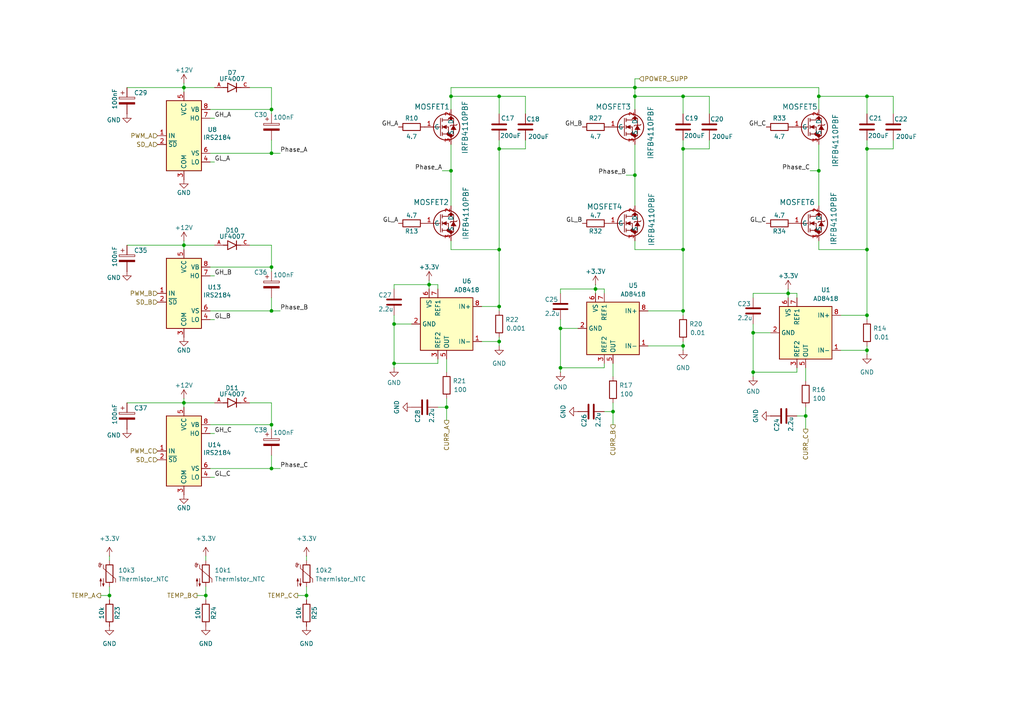
<source format=kicad_sch>
(kicad_sch (version 20231120) (generator "eeschema") (generator_version "8.0")
  (paper "A4")
  (lib_symbols
    (symbol "2025-03-02_09-46-41:IRFB4110PBF" (pin_names (offset 0.254))
      (property "Reference" "MOSFET" (at 11.43 1.905 0))
      (property "Value" "IRFB4110PBF" (at 11.43 -2.54 0))
      (symbol "IRFB4110PBF_0_1"
        (polyline (pts (xy 2.54 0) (xy 4.445 0)) (stroke (width 0.2032)))
        (polyline (pts (xy 4.572 -2.54) (xy 4.572 2.54)) (stroke (width 0.2032)))
        (polyline (pts (xy 5.08 -2.54) (xy 5.08 -1.524)) (stroke (width 0.2032)))
        (polyline (pts (xy 5.08 -2.032) (xy 6.858 -2.032)) (stroke (width 0.2032)))
        (polyline (pts (xy 5.08 -0.508) (xy 5.08 0.508)) (stroke (width 0.2032)))
        (polyline (pts (xy 5.08 1.524) (xy 5.08 2.54)) (stroke (width 0.2032)))
        (polyline (pts (xy 5.08 2.032) (xy 6.858 2.032)) (stroke (width 0.2032)))
        (polyline (pts (xy 6.35 0) (xy 6.858 0)) (stroke (width 0.2032)))
        (polyline (pts (xy 6.858 -2.54) (xy 6.858 0)) (stroke (width 0.2032)))
        (polyline (pts (xy 6.858 -2.54) (xy 8.382 -2.54)) (stroke (width 0.2032)))
        (polyline (pts (xy 6.858 2.032) (xy 6.858 2.54)) (stroke (width 0.2032)))
        (polyline (pts (xy 6.858 2.54) (xy 8.382 2.54)) (stroke (width 0.2032)))
        (polyline (pts (xy 7.366 0.254) (xy 7.62 0.508)) (stroke (width 0.2032)))
        (polyline (pts (xy 8.382 -2.54) (xy 8.382 -0.762)) (stroke (width 0.2032)))
        (polyline (pts (xy 8.382 0.508) (xy 8.382 2.54)) (stroke (width 0.2032)))
        (polyline (pts (xy 9.144 0.508) (xy 7.62 0.508)) (stroke (width 0.2032)))
        (polyline (pts (xy 9.398 0.762) (xy 9.144 0.508)) (stroke (width 0.2032)))
        (polyline (pts (xy 6.35 0.508) (xy 5.08 0) (xy 6.35 -0.508)) (fill (type outline)))
        (polyline (pts (xy 9.144 -0.762) (xy 7.62 -0.762) (xy 8.382 0.508)) (fill (type outline)))
        (circle (center 6.35 0) (radius 3.81) (stroke (width 0.254)))
        (circle (center 6.858 -2.032) (radius 0.0254) (stroke (width 0.508)))
        (circle (center 7.62 -2.54) (radius 0.0254) (stroke (width 0.508)))
        (circle (center 7.62 2.54) (radius 0.0254) (stroke (width 0.508)))
        (pin unspecified line (at 0 0 0) (length 2.54) (name "G") (number "1"))
        (pin unspecified line (at 7.62 5.08 270) (length 2.54) (name "D") (number "2"))
        (pin unspecified line (at 7.62 -5.08 90) (length 2.54) (name "S") (number "3"))
      )
    )
    (symbol "Amplifier_Current:AD8418"
      (property "Reference" "U" (at -7.62 10.795 0))
      (property "Value" "AD8418" (at -7.62 8.89 0))
      (symbol "AD8418_0_1"
        (rectangle (start -7.62 7.62) (end 7.62 -7.62) (stroke (width 0.254)) (fill (type background)))
      )
      (symbol "AD8418_1_1"
        (pin input line (at 5.08 10.16 270) (length 2.54) (name "IN-") (number "1"))
        (pin power_in line (at 0 -10.16 90) (length 2.54) (name "GND") (number "2"))
        (pin input line (at 10.16 -2.54 180) (length 2.54) (name "REF2") (number "3"))
        (pin no_connect line (at 2.54 -7.62 90) (length 2.54) hide (name "NC") (number "4"))
        (pin output line (at 10.16 0 180) (length 2.54) (name "OUT") (number "5"))
        (pin power_in line (at -10.16 -5.08 0) (length 2.54) (name "VS") (number "6"))
        (pin input line (at -10.16 -2.54 0) (length 2.54) (name "REF1") (number "7"))
        (pin input line (at -5.08 10.16 270) (length 2.54) (name "IN+") (number "8"))
      )
    )
    (symbol "Device:C" (pin_numbers hide) (pin_names (offset 0.254))
      (property "Reference" "C" (at 0.635 2.54 0))
      (property "Value" "C" (at 0.635 -2.54 0))
      (symbol "C_0_1"
        (polyline (pts (xy -2.032 -0.762) (xy 2.032 -0.762)) (stroke (width 0.508)))
        (polyline (pts (xy -2.032 0.762) (xy 2.032 0.762)) (stroke (width 0.508)))
      )
      (symbol "C_1_1"
        (pin passive line (at 0 3.81 270) (length 2.794) (name "~") (number "1"))
        (pin passive line (at 0 -3.81 90) (length 2.794) (name "~") (number "2"))
      )
    )
    (symbol "Device:C_Polarized" (pin_numbers hide) (pin_names (offset 0.254))
      (property "Reference" "C" (at 0.635 2.54 0))
      (property "Value" "C_Polarized" (at 0.635 -2.54 0))
      (symbol "C_Polarized_0_1"
        (rectangle (start -2.286 0.508) (end 2.286 1.016))
        (polyline (pts (xy -1.778 2.286) (xy -0.762 2.286)))
        (polyline (pts (xy -1.27 2.794) (xy -1.27 1.778)))
        (rectangle (start 2.286 -0.508) (end -2.286 -1.016) (fill (type outline)))
      )
      (symbol "C_Polarized_1_1"
        (pin passive line (at 0 3.81 270) (length 2.794) (name "~") (number "1"))
        (pin passive line (at 0 -3.81 90) (length 2.794) (name "~") (number "2"))
      )
    )
    (symbol "Device:R" (pin_numbers hide) (pin_names (offset 0))
      (property "Reference" "R" (at 2.032 0 90))
      (property "Value" "R" (at 0 0 90))
      (symbol "R_0_1"
        (rectangle (start -1.016 -2.54) (end 1.016 2.54) (stroke (width 0.254)))
      )
      (symbol "R_1_1"
        (pin passive line (at 0 3.81 270) (length 1.27) (name "~") (number "1"))
        (pin passive line (at 0 -3.81 90) (length 1.27) (name "~") (number "2"))
      )
    )
    (symbol "Device:Thermistor_NTC" (pin_numbers hide) (pin_names (offset 0))
      (property "Reference" "TH" (at -4.445 0 90))
      (property "Value" "Thermistor_NTC" (at 3.175 0 90))
      (symbol "Thermistor_NTC_0_1"
        (arc (start -3.048 2.159) (mid -3.0495 2.3143) (end -3.175 2.413))
        (arc (start -3.048 2.159) (mid -2.9736 1.9794) (end -2.794 1.905))
        (arc (start -3.048 2.794) (mid -2.9736 2.6144) (end -2.794 2.54))
        (arc (start -2.794 1.905) (mid -2.6144 1.9794) (end -2.54 2.159))
        (arc (start -2.794 2.54) (mid -2.4393 2.5587) (end -2.159 2.794))
        (arc (start -2.794 3.048) (mid -2.9736 2.9736) (end -3.048 2.794))
        (arc (start -2.54 2.794) (mid -2.6144 2.9736) (end -2.794 3.048))
        (rectangle (start -1.016 2.54) (end 1.016 -2.54) (stroke (width 0.254)))
        (polyline (pts (xy -2.54 2.159) (xy -2.54 2.794)))
        (polyline (pts (xy -1.778 2.54) (xy -1.778 1.524) (xy 1.778 -1.524) (xy 1.778 -2.54)))
        (polyline (pts (xy -2.54 -3.683) (xy -2.54 -1.397) (xy -2.794 -2.159) (xy -2.286 -2.159) (xy -2.54 -1.397) (xy -2.54 -1.651)) (fill (type outline)))
        (polyline (pts (xy -1.778 -1.397) (xy -1.778 -3.683) (xy -2.032 -2.921) (xy -1.524 -2.921) (xy -1.778 -3.683) (xy -1.778 -3.429)) (fill (type outline)))
      )
      (symbol "Thermistor_NTC_1_1"
        (pin passive line (at 0 3.81 270) (length 1.27) (name "~") (number "1"))
        (pin passive line (at 0 -3.81 90) (length 1.27) (name "~") (number "2"))
      )
    )
    (symbol "Driver_FET:IRS2184"
      (property "Reference" "U" (at 1.27 13.335 0))
      (property "Value" "IRS2184" (at 1.27 11.43 0))
      (symbol "IRS2184_0_1"
        (rectangle (start -5.08 -10.16) (end 5.08 10.16) (stroke (width 0.254)) (fill (type background)))
      )
      (symbol "IRS2184_1_1"
        (pin input line (at -7.62 0 0) (length 2.54) (name "IN") (number "1"))
        (pin input line (at -7.62 -2.54 0) (length 2.54) (name "~{SD}") (number "2"))
        (pin power_in line (at 0 -12.7 90) (length 2.54) (name "COM") (number "3"))
        (pin output line (at 7.62 -7.62 180) (length 2.54) (name "LO") (number "4"))
        (pin power_in line (at 0 12.7 270) (length 2.54) (name "VCC") (number "5"))
        (pin passive line (at 7.62 -5.08 180) (length 2.54) (name "VS") (number "6"))
        (pin output line (at 7.62 5.08 180) (length 2.54) (name "HO") (number "7"))
        (pin passive line (at 7.62 7.62 180) (length 2.54) (name "VB") (number "8"))
      )
    )
    (symbol "UF4007:UF4007" (pin_names (offset 1.016))
      (property "Reference" "D" (at -5.08 2.54 0))
      (property "Value" "UF4007" (at -5.08 -3.81 0))
      (symbol "UF4007_0_0"
        (polyline (pts (xy -2.54 0) (xy -1.27 0)) (stroke (width 0.254)))
        (polyline (pts (xy -1.27 -1.27) (xy 1.27 0)) (stroke (width 0.254)))
        (polyline (pts (xy -1.27 0) (xy -1.27 -1.27)) (stroke (width 0.254)))
        (polyline (pts (xy -1.27 1.27) (xy -1.27 0)) (stroke (width 0.254)))
        (polyline (pts (xy 1.27 0) (xy -1.27 1.27)) (stroke (width 0.254)))
        (polyline (pts (xy 1.27 0) (xy 1.27 -1.27)) (stroke (width 0.254)))
        (polyline (pts (xy 1.27 0) (xy 2.54 0)) (stroke (width 0.254)))
        (polyline (pts (xy 1.27 1.27) (xy 1.27 0)) (stroke (width 0.254)))
        (pin passive line (at -5.08 0 0) (length 2.54) (name "~") (number "A"))
        (pin passive line (at 5.08 0 180) (length 2.54) (name "~") (number "C"))
      )
    )
    (symbol "power:+12V" (power) (pin_numbers hide) (pin_names (offset 0) hide)
      (property "Value" "+12V" (at 0 3.556 0))
      (symbol "+12V_0_1"
        (polyline (pts (xy -0.762 1.27) (xy 0 2.54)))
        (polyline (pts (xy 0 0) (xy 0 2.54)))
        (polyline (pts (xy 0 2.54) (xy 0.762 1.27)))
      )
      (symbol "+12V_1_1"
        (pin power_in line (at 0 0 90) (length 0) (name "~") (number "1"))
      )
    )
    (symbol "power:+3.3V" (power) (pin_numbers hide) (pin_names (offset 0) hide)
      (property "Value" "+3.3V" (at 0 3.556 0))
      (symbol "+3.3V_0_1"
        (polyline (pts (xy -0.762 1.27) (xy 0 2.54)))
        (polyline (pts (xy 0 0) (xy 0 2.54)))
        (polyline (pts (xy 0 2.54) (xy 0.762 1.27)))
      )
      (symbol "+3.3V_1_1"
        (pin power_in line (at 0 0 90) (length 0) (name "~") (number "1"))
      )
    )
    (symbol "power:GND" (power) (pin_numbers hide) (pin_names (offset 0) hide)
      (property "Value" "GND" (at 0 -3.81 0))
      (symbol "GND_0_1"
        (polyline (pts (xy 0 0) (xy 0 -1.27) (xy 1.27 -1.27) (xy 0 -2.54) (xy -1.27 -1.27) (xy 0 -1.27)))
      )
      (symbol "GND_1_1"
        (pin power_in line (at 0 0 270) (length 0) (name "~") (number "1"))
      )
    )
  )
  (junction (at 130.81 27.94))
  (junction (at 228.6 85.09))
  (junction (at 198.12 72.39))
  (junction (at 251.46 72.39))
  (junction (at 251.46 43.18))
  (junction (at 237.49 27.94))
  (junction (at 162.56 106.68))
  (junction (at 144.78 99.06))
  (junction (at 177.8 119.38))
  (junction (at 184.15 50.8))
  (junction (at 144.78 43.18))
  (junction (at 53.34 25.4))
  (junction (at 78.74 77.47))
  (junction (at 78.74 135.89))
  (junction (at 114.3 93.98))
  (junction (at 59.69 172.72))
  (junction (at 78.74 90.17))
  (junction (at 251.46 101.6))
  (junction (at 78.74 123.19))
  (junction (at 218.44 107.95))
  (junction (at 124.46 82.55))
  (junction (at 144.78 72.39))
  (junction (at 233.68 120.65))
  (junction (at 114.3 105.41))
  (junction (at 78.74 31.75))
  (junction (at 53.34 71.12))
  (junction (at 53.34 116.84))
  (junction (at 162.56 95.25))
  (junction (at 88.9 172.72))
  (junction (at 184.15 25.4))
  (junction (at 31.75 172.72))
  (junction (at 198.12 100.33))
  (junction (at 130.81 49.53))
  (junction (at 198.12 27.94))
  (junction (at 78.74 44.45))
  (junction (at 251.46 91.44))
  (junction (at 184.15 27.94))
  (junction (at 198.12 43.18))
  (junction (at 237.49 49.53))
  (junction (at 172.72 83.82))
  (junction (at 198.12 90.17))
  (junction (at 251.46 27.94))
  (junction (at 218.44 96.52))
  (junction (at 129.54 118.11))
  (junction (at 144.78 27.94))
  (junction (at 144.78 88.9))
  (wire (pts (xy 144.78 40.64) (xy 144.78 43.18)))
  (wire (pts (xy 233.68 120.65) (xy 233.68 124.46)))
  (wire (pts (xy 175.26 105.41) (xy 175.26 106.68)))
  (wire (pts (xy 128.27 49.53) (xy 130.81 49.53)))
  (wire (pts (xy 175.26 83.82) (xy 172.72 83.82)))
  (wire (pts (xy 152.4 40.64) (xy 152.4 43.18)))
  (wire (pts (xy 62.23 80.01) (xy 60.96 80.01)))
  (wire (pts (xy 88.9 172.72) (xy 88.9 173.99)))
  (wire (pts (xy 218.44 107.95) (xy 218.44 109.22)))
  (wire (pts (xy 162.56 106.68) (xy 162.56 107.95)))
  (wire (pts (xy 205.74 27.94) (xy 198.12 27.94)))
  (wire (pts (xy 198.12 72.39) (xy 198.12 43.18)))
  (wire (pts (xy 198.12 99.06) (xy 198.12 100.33)))
  (wire (pts (xy 198.12 100.33) (xy 198.12 101.6)))
  (wire (pts (xy 144.78 99.06) (xy 144.78 100.33)))
  (wire (pts (xy 81.28 135.89) (xy 78.74 135.89)))
  (wire (pts (xy 62.23 125.73) (xy 60.96 125.73)))
  (wire (pts (xy 78.74 123.19) (xy 78.74 124.46)))
  (wire (pts (xy 259.08 40.64) (xy 259.08 43.18)))
  (wire (pts (xy 139.7 88.9) (xy 144.78 88.9)))
  (wire (pts (xy 129.54 104.14) (xy 129.54 107.95)))
  (wire (pts (xy 81.28 44.45) (xy 78.74 44.45)))
  (wire (pts (xy 237.49 25.4) (xy 184.15 25.4)))
  (wire (pts (xy 144.78 88.9) (xy 144.78 90.17)))
  (wire (pts (xy 144.78 27.94) (xy 130.81 27.94)))
  (wire (pts (xy 184.15 41.91) (xy 184.15 50.8)))
  (wire (pts (xy 114.3 93.98) (xy 119.38 93.98)))
  (wire (pts (xy 237.49 27.94) (xy 251.46 27.94)))
  (wire (pts (xy 218.44 85.09) (xy 228.6 85.09)))
  (wire (pts (xy 205.74 40.64) (xy 205.74 43.18)))
  (wire (pts (xy 36.83 25.4) (xy 53.34 25.4)))
  (wire (pts (xy 218.44 86.36) (xy 218.44 85.09)))
  (wire (pts (xy 251.46 72.39) (xy 251.46 43.18)))
  (wire (pts (xy 198.12 40.64) (xy 198.12 43.18)))
  (wire (pts (xy 243.84 101.6) (xy 251.46 101.6)))
  (wire (pts (xy 205.74 33.02) (xy 205.74 27.94)))
  (wire (pts (xy 62.23 138.43) (xy 60.96 138.43)))
  (wire (pts (xy 124.46 82.55) (xy 124.46 81.28)))
  (wire (pts (xy 114.3 82.55) (xy 124.46 82.55)))
  (wire (pts (xy 130.81 49.53) (xy 130.81 59.69)))
  (wire (pts (xy 187.96 100.33) (xy 198.12 100.33)))
  (wire (pts (xy 130.81 27.94) (xy 130.81 25.4)))
  (wire (pts (xy 72.39 116.84) (xy 78.74 116.84)))
  (wire (pts (xy 124.46 82.55) (xy 124.46 83.82)))
  (wire (pts (xy 228.6 85.09) (xy 228.6 86.36)))
  (wire (pts (xy 78.74 77.47) (xy 78.74 78.74)))
  (wire (pts (xy 36.83 71.12) (xy 53.34 71.12)))
  (wire (pts (xy 127 105.41) (xy 114.3 105.41)))
  (wire (pts (xy 231.14 106.68) (xy 231.14 107.95)))
  (wire (pts (xy 59.69 161.29) (xy 59.69 162.56)))
  (wire (pts (xy 60.96 77.47) (xy 78.74 77.47)))
  (wire (pts (xy 237.49 49.53) (xy 237.49 59.69)))
  (wire (pts (xy 31.75 161.29) (xy 31.75 162.56)))
  (wire (pts (xy 129.54 118.11) (xy 129.54 115.57)))
  (wire (pts (xy 127 83.82) (xy 127 82.55)))
  (wire (pts (xy 78.74 86.36) (xy 78.74 90.17)))
  (wire (pts (xy 53.34 69.85) (xy 53.34 71.12)))
  (wire (pts (xy 184.15 27.94) (xy 184.15 31.75)))
  (wire (pts (xy 259.08 43.18) (xy 251.46 43.18)))
  (wire (pts (xy 62.23 46.99) (xy 60.96 46.99)))
  (wire (pts (xy 233.68 120.65) (xy 233.68 118.11)))
  (wire (pts (xy 59.69 170.18) (xy 59.69 172.72)))
  (wire (pts (xy 53.34 24.13) (xy 53.34 25.4)))
  (wire (pts (xy 251.46 72.39) (xy 251.46 91.44)))
  (wire (pts (xy 57.15 172.72) (xy 59.69 172.72)))
  (wire (pts (xy 231.14 107.95) (xy 218.44 107.95)))
  (wire (pts (xy 237.49 31.75) (xy 237.49 27.94)))
  (wire (pts (xy 78.74 71.12) (xy 78.74 77.47)))
  (wire (pts (xy 53.34 116.84) (xy 62.23 116.84)))
  (wire (pts (xy 152.4 33.02) (xy 152.4 27.94)))
  (wire (pts (xy 114.3 83.82) (xy 114.3 82.55)))
  (wire (pts (xy 53.34 71.12) (xy 53.34 72.39)))
  (wire (pts (xy 172.72 83.82) (xy 172.72 85.09)))
  (wire (pts (xy 177.8 119.38) (xy 177.8 116.84)))
  (wire (pts (xy 237.49 69.85) (xy 237.49 72.39)))
  (wire (pts (xy 162.56 83.82) (xy 172.72 83.82)))
  (wire (pts (xy 130.81 25.4) (xy 184.15 25.4)))
  (wire (pts (xy 127 118.11) (xy 129.54 118.11)))
  (wire (pts (xy 88.9 170.18) (xy 88.9 172.72)))
  (wire (pts (xy 130.81 41.91) (xy 130.81 49.53)))
  (wire (pts (xy 185.42 22.86) (xy 184.15 22.86)))
  (wire (pts (xy 184.15 72.39) (xy 198.12 72.39)))
  (wire (pts (xy 231.14 85.09) (xy 228.6 85.09)))
  (wire (pts (xy 237.49 27.94) (xy 237.49 25.4)))
  (wire (pts (xy 251.46 40.64) (xy 251.46 43.18)))
  (wire (pts (xy 60.96 31.75) (xy 78.74 31.75)))
  (wire (pts (xy 184.15 25.4) (xy 184.15 27.94)))
  (wire (pts (xy 152.4 27.94) (xy 144.78 27.94)))
  (wire (pts (xy 130.81 69.85) (xy 130.81 72.39)))
  (wire (pts (xy 231.14 86.36) (xy 231.14 85.09)))
  (wire (pts (xy 78.74 31.75) (xy 78.74 33.02)))
  (wire (pts (xy 184.15 69.85) (xy 184.15 72.39)))
  (wire (pts (xy 114.3 91.44) (xy 114.3 93.98)))
  (wire (pts (xy 72.39 71.12) (xy 78.74 71.12)))
  (wire (pts (xy 177.8 119.38) (xy 177.8 123.19)))
  (wire (pts (xy 86.36 172.72) (xy 88.9 172.72)))
  (wire (pts (xy 243.84 91.44) (xy 251.46 91.44)))
  (wire (pts (xy 218.44 107.95) (xy 218.44 96.52)))
  (wire (pts (xy 60.96 44.45) (xy 78.74 44.45)))
  (wire (pts (xy 78.74 25.4) (xy 78.74 31.75)))
  (wire (pts (xy 53.34 25.4) (xy 53.34 26.67)))
  (wire (pts (xy 53.34 25.4) (xy 62.23 25.4)))
  (wire (pts (xy 198.12 90.17) (xy 198.12 91.44)))
  (wire (pts (xy 251.46 72.39) (xy 237.49 72.39)))
  (wire (pts (xy 231.14 120.65) (xy 233.68 120.65)))
  (wire (pts (xy 237.49 41.91) (xy 237.49 49.53)))
  (wire (pts (xy 144.78 97.79) (xy 144.78 99.06)))
  (wire (pts (xy 31.75 170.18) (xy 31.75 172.72)))
  (wire (pts (xy 251.46 33.02) (xy 251.46 27.94)))
  (wire (pts (xy 72.39 25.4) (xy 78.74 25.4)))
  (wire (pts (xy 162.56 85.09) (xy 162.56 83.82)))
  (wire (pts (xy 78.74 132.08) (xy 78.74 135.89)))
  (wire (pts (xy 139.7 99.06) (xy 144.78 99.06)))
  (wire (pts (xy 53.34 115.57) (xy 53.34 116.84)))
  (wire (pts (xy 218.44 96.52) (xy 223.52 96.52)))
  (wire (pts (xy 175.26 119.38) (xy 177.8 119.38)))
  (wire (pts (xy 78.74 116.84) (xy 78.74 123.19)))
  (wire (pts (xy 144.78 72.39) (xy 144.78 88.9)))
  (wire (pts (xy 129.54 118.11) (xy 129.54 121.92)))
  (wire (pts (xy 114.3 105.41) (xy 114.3 93.98)))
  (wire (pts (xy 187.96 90.17) (xy 198.12 90.17)))
  (wire (pts (xy 218.44 93.98) (xy 218.44 96.52)))
  (wire (pts (xy 198.12 72.39) (xy 198.12 90.17)))
  (wire (pts (xy 130.81 31.75) (xy 130.81 27.94)))
  (wire (pts (xy 259.08 27.94) (xy 251.46 27.94)))
  (wire (pts (xy 53.34 116.84) (xy 53.34 118.11)))
  (wire (pts (xy 31.75 172.72) (xy 31.75 173.99)))
  (wire (pts (xy 181.61 50.8) (xy 184.15 50.8)))
  (wire (pts (xy 53.34 71.12) (xy 62.23 71.12)))
  (wire (pts (xy 175.26 85.09) (xy 175.26 83.82)))
  (wire (pts (xy 29.21 172.72) (xy 31.75 172.72)))
  (wire (pts (xy 127 104.14) (xy 127 105.41)))
  (wire (pts (xy 152.4 43.18) (xy 144.78 43.18)))
  (wire (pts (xy 233.68 106.68) (xy 233.68 110.49)))
  (wire (pts (xy 59.69 172.72) (xy 59.69 173.99)))
  (wire (pts (xy 162.56 95.25) (xy 167.64 95.25)))
  (wire (pts (xy 60.96 90.17) (xy 78.74 90.17)))
  (wire (pts (xy 172.72 83.82) (xy 172.72 82.55)))
  (wire (pts (xy 127 82.55) (xy 124.46 82.55)))
  (wire (pts (xy 130.81 72.39) (xy 144.78 72.39)))
  (wire (pts (xy 81.28 90.17) (xy 78.74 90.17)))
  (wire (pts (xy 60.96 123.19) (xy 78.74 123.19)))
  (wire (pts (xy 228.6 85.09) (xy 228.6 83.82)))
  (wire (pts (xy 162.56 92.71) (xy 162.56 95.25)))
  (wire (pts (xy 144.78 33.02) (xy 144.78 27.94)))
  (wire (pts (xy 184.15 50.8) (xy 184.15 59.69)))
  (wire (pts (xy 88.9 161.29) (xy 88.9 162.56)))
  (wire (pts (xy 184.15 27.94) (xy 198.12 27.94)))
  (wire (pts (xy 198.12 33.02) (xy 198.12 27.94)))
  (wire (pts (xy 114.3 105.41) (xy 114.3 106.68)))
  (wire (pts (xy 177.8 105.41) (xy 177.8 109.22)))
  (wire (pts (xy 36.83 116.84) (xy 53.34 116.84)))
  (wire (pts (xy 184.15 22.86) (xy 184.15 25.4)))
  (wire (pts (xy 234.95 49.53) (xy 237.49 49.53)))
  (wire (pts (xy 62.23 34.29) (xy 60.96 34.29)))
  (wire (pts (xy 251.46 91.44) (xy 251.46 92.71)))
  (wire (pts (xy 205.74 43.18) (xy 198.12 43.18)))
  (wire (pts (xy 144.78 72.39) (xy 144.78 43.18)))
  (wire (pts (xy 251.46 100.33) (xy 251.46 101.6)))
  (wire (pts (xy 60.96 135.89) (xy 78.74 135.89)))
  (wire (pts (xy 78.74 40.64) (xy 78.74 44.45)))
  (wire (pts (xy 251.46 101.6) (xy 251.46 102.87)))
  (wire (pts (xy 62.23 92.71) (xy 60.96 92.71)))
  (wire (pts (xy 162.56 106.68) (xy 162.56 95.25)))
  (wire (pts (xy 175.26 106.68) (xy 162.56 106.68)))
  (wire (pts (xy 259.08 33.02) (xy 259.08 27.94)))
  (label "GH_B" (at 62.23 80.01 0))
  (label "GL_B" (at 168.91 64.77 180))
  (label "GH_A" (at 115.57 36.83 180))
  (label "Phase_C" (at 234.95 49.53 180))
  (label "GL_A" (at 115.57 64.77 180))
  (label "Phase_B" (at 81.28 90.17 0))
  (label "Phase_B" (at 181.61 50.8 180))
  (label "GH_C" (at 62.23 125.73 0))
  (label "GH_B" (at 168.91 36.83 180))
  (label "GH_C" (at 222.25 36.83 180))
  (label "GL_C" (at 222.25 64.77 180))
  (label "Phase_A" (at 128.27 49.53 180))
  (label "Phase_A" (at 81.28 44.45 0))
  (label "GL_C" (at 62.23 138.43 0))
  (label "GL_B" (at 62.23 92.71 0))
  (label "GH_A" (at 62.23 34.29 0))
  (label "GL_A" (at 62.23 46.99 0))
  (label "Phase_C" (at 81.28 135.89 0))
  (hierarchical_label "POWER_SUPP" (shape input) (at 185.42 22.86 0))
  (hierarchical_label "CURR_C" (shape output) (at 233.68 124.46 270))
  (hierarchical_label "PWM_B" (shape input) (at 45.72 85.09 180))
  (hierarchical_label "TEMP_B" (shape output) (at 57.15 172.72 180))
  (hierarchical_label "PWM_A" (shape input) (at 45.72 39.37 180))
  (hierarchical_label "CURR_A" (shape output) (at 129.54 121.92 270))
  (hierarchical_label "PWM_C" (shape input) (at 45.72 130.81 180))
  (hierarchical_label "CURR_B" (shape output) (at 177.8 123.19 270))
  (hierarchical_label "SD_A" (shape input) (at 45.72 41.91 180))
  (hierarchical_label "SD_B" (shape input) (at 45.72 87.63 180))
  (hierarchical_label "SD_C" (shape input) (at 45.72 133.35 180))
  (hierarchical_label "TEMP_A" (shape output) (at 29.21 172.72 180))
  (hierarchical_label "TEMP_C" (shape output) (at 86.36 172.72 180))
  (symbol (lib_id "Device:C_Polarized") (at 36.83 74.93 0) (unit 1)
    (property "Reference" "C35" (at 38.862 72.644 0) (effects (justify left)))
    (property "Value" "100nF" (at 33.274 77.47 90) (effects (justify left)))
    (property "Footprint" "Capacitor_SMD:CP_Elec_4x5.8" (effects (hide yes)))
    (property "Description" "Polarized capacitor" (effects (hide yes)))
  )
  (symbol (lib_id "Device:R") (at 251.46 96.52 0) (unit 1)
    (property "Reference" "R14" (at 253.238 95.25 0) (effects (justify left)))
    (property "Value" "0.01" (at 253.492 97.79 0) (effects (justify left)))
    (property "Description" "Resistor" (effects (hide yes)))
  )
  (symbol (lib_id "Device:R") (at 172.72 64.77 90) (unit 1)
    (property "Reference" "R32" (at 172.72 67.056 90))
    (property "Value" "4.7" (at 172.72 62.484 90))
    (property "Description" "Resistor" (effects (hide yes)))
  )
  (symbol (lib_id "UF4007:UF4007") (at 67.31 116.84 0) (unit 1)
    (property "Reference" "D11" (at 67.31 112.522 0))
    (property "Value" "UF4007" (at 67.31 114.3 0))
    (property "Footprint" "UF4007:DIOAD1036W78L470D235" (effects (hide yes)))
    (property "MF" "onsemi" (effects (hide yes)))
    (property "MAXIMUM_PACKAGE_HEIGHT" "2.70 mm" (effects (hide yes)))
    (property "Package" "DO-41-2 ONSEMI" (effects (hide yes)))
    (property "Price" "None" (effects (hide yes)))
    (property "Check_prices" "https://www.snapeda.com/parts/UF4007/Onsemi/view-part/?ref=eda" (effects (hide yes)))
    (property "STANDARD" "IPC-7351B" (effects (hide yes)))
    (property "PARTREV" "P2104" (effects (hide yes)))
    (property "SnapEDA_Link" "https://www.snapeda.com/parts/UF4007/Onsemi/view-part/?ref=snap" (effects (hide yes)))
    (property "MP" "UF4007" (effects (hide yes)))
    (property "Description_1" "\n                        \n                            Diode Standard 1000 V 1A (DC) Through Hole DO-204AL (DO-41)\n                        \n" (effects (hide yes)))
    (property "Availability" "In Stock" (effects (hide yes)))
    (property "MANUFACTURER" "Taiwan Semiconductor" (effects (hide yes)))
  )
  (symbol (lib_id "power:GND") (at 223.52 120.65 270) (unit 1)
    (property "Reference" "#PWR44" (effects (hide yes)))
    (property "Value" "GND" (at 219.202 120.65 0))
    (property "Description" "Power symbol creates a global label with name \"GND\" , ground" (effects (hide yes)))
  )
  (symbol (lib_id "Device:C") (at 251.46 36.83 0) (unit 1)
    (property "Reference" "C21" (at 251.968 34.29 0) (effects (justify left)))
    (property "Value" "200uF" (at 251.714 39.37 0) (effects (justify left)))
    (property "Description" "Unpolarized capacitor" (effects (hide yes)))
  )
  (symbol (lib_id "Device:R") (at 233.68 114.3 0) (unit 1)
    (property "Reference" "R16" (at 235.458 113.03 0) (effects (justify left)))
    (property "Value" "100" (at 235.712 115.57 0) (effects (justify left)))
    (property "Description" "Resistor" (effects (hide yes)))
  )
  (symbol (lib_id "power:GND") (at 144.78 100.33 0) (unit 1)
    (property "Reference" "#PWR52" (effects (hide yes)))
    (property "Value" "GND" (at 144.78 105.41 0))
    (property "Description" "Power symbol creates a global label with name \"GND\" , ground" (effects (hide yes)))
  )
  (symbol (lib_id "Amplifier_Current:AD8418") (at 233.68 96.52 270) (unit 1)
    (property "Reference" "U1" (at 239.522 84.074 90))
    (property "Value" "AD8418" (at 239.522 86.614 90))
    (property "Datasheet" "https://www.analog.com/media/en/technical-documentation/data-sheets/AD8418.pdf" (effects (hide yes)))
    (property "Description" "70V Bidirectional, Zero Drift, Current Sense Amplifier, 20V/V gain, bandwidth 250kHz, VS=2.7V~5.5V, SOIC-8/MSOP-8" (effects (hide yes)))
  )
  (symbol (lib_id "2025-03-02_09-46-41:IRFB4110PBF") (at 176.53 64.77 0) (unit 1)
    (property "Reference" "MOSFET4" (at 170.18 59.944 0) (effects (font (size 1.524 1.524)) (justify left)))
    (property "Value" "IRFB4110PBF" (at 188.976 71.374 90) (effects (font (size 1.524 1.524)) (justify left)))
    (property "Footprint" "TO-220AB_INF" (effects (hide yes)))
    (property "Datasheet" "IRFB4110PBF" (effects (hide yes)))
  )
  (symbol (lib_id "Device:C") (at 198.12 36.83 0) (unit 1)
    (property "Reference" "C19" (at 198.628 34.29 0) (effects (justify left)))
    (property "Value" "200uF" (at 198.374 39.37 0) (effects (justify left)))
    (property "Description" "Unpolarized capacitor" (effects (hide yes)))
  )
  (symbol (lib_id "power:+3.3V") (at 88.9 161.29 0) (unit 1)
    (property "Reference" "#PWR60" (effects (hide yes)))
    (property "Value" "+3.3V" (at 88.9 156.21 0))
    (property "Description" "Power symbol creates a global label with name \"+3.3V\"" (effects (hide yes)))
  )
  (symbol (lib_id "2025-03-02_09-46-41:IRFB4110PBF") (at 123.19 36.83 0) (unit 1)
    (property "Reference" "MOSFET1" (at 120.142 30.988 0) (effects (font (size 1.524 1.524)) (justify left)))
    (property "Value" "IRFB4110PBF" (at 134.874 44.704 90) (effects (font (size 1.524 1.524)) (justify left)))
    (property "Footprint" "TO-220AB_INF" (effects (hide yes)))
    (property "Datasheet" "IRFB4110PBF" (effects (hide yes)))
  )
  (symbol (lib_id "power:GND") (at 53.34 143.51 0) (unit 1)
    (property "Reference" "#PWR69" (effects (hide yes)))
    (property "Value" "GND" (at 53.34 147.32 0))
    (property "Description" "Power symbol creates a global label with name \"GND\" , ground" (effects (hide yes)))
  )
  (symbol (lib_id "Device:R") (at 226.06 36.83 90) (unit 1)
    (property "Reference" "R33" (at 226.06 34.29 90))
    (property "Value" "4.7" (at 226.06 39.624 90))
    (property "Description" "Resistor" (effects (hide yes)))
  )
  (symbol (lib_id "Device:C") (at 144.78 36.83 0) (unit 1)
    (property "Reference" "C17" (at 145.288 34.29 0) (effects (justify left)))
    (property "Value" "200uF" (at 145.034 39.37 0) (effects (justify left)))
    (property "Description" "Unpolarized capacitor" (effects (hide yes)))
  )
  (symbol (lib_id "Device:C_Polarized") (at 36.83 120.65 0) (unit 1)
    (property "Reference" "C37" (at 38.862 118.364 0) (effects (justify left)))
    (property "Value" "100nF" (at 33.274 123.19 90) (effects (justify left)))
    (property "Footprint" "Capacitor_SMD:CP_Elec_4x5.8" (effects (hide yes)))
    (property "Description" "Polarized capacitor" (effects (hide yes)))
  )
  (symbol (lib_id "2025-03-02_09-46-41:IRFB4110PBF") (at 229.87 36.83 0) (unit 1)
    (property "Reference" "MOSFET5" (at 226.822 30.988 0) (effects (font (size 1.524 1.524)) (justify left)))
    (property "Value" "IRFB4110PBF" (at 242.316 48.514 90) (effects (font (size 1.524 1.524)) (justify left)))
    (property "Footprint" "TO-220AB_INF" (effects (hide yes)))
    (property "Datasheet" "IRFB4110PBF" (effects (hide yes)))
  )
  (symbol (lib_id "power:+3.3V") (at 172.72 82.55 0) (unit 1)
    (property "Reference" "#PWR47" (effects (hide yes)))
    (property "Value" "+3.3V" (at 172.72 78.74 0))
    (property "Description" "Power symbol creates a global label with name \"+3.3V\"" (effects (hide yes)))
  )
  (symbol (lib_id "Device:C") (at 259.08 36.83 0) (unit 1)
    (property "Reference" "C22" (at 259.334 34.544 0) (effects (justify left)))
    (property "Value" "200uF" (at 259.842 39.624 0) (effects (justify left)))
    (property "Description" "Unpolarized capacitor" (effects (hide yes)))
  )
  (symbol (lib_id "Device:R") (at 59.69 177.8 180) (unit 1)
    (property "Reference" "R24" (at 61.976 177.8 90))
    (property "Value" "10k" (at 57.404 177.8 90))
    (property "Description" "Resistor" (effects (hide yes)))
  )
  (symbol (lib_id "2025-03-02_09-46-41:IRFB4110PBF") (at 123.19 64.77 0) (unit 1)
    (property "Reference" "MOSFET2" (at 119.888 58.674 0) (effects (font (size 1.524 1.524)) (justify left)))
    (property "Value" "IRFB4110PBF" (at 135.128 69.596 90) (effects (font (size 1.524 1.524)) (justify left)))
    (property "Footprint" "TO-220AB_INF" (effects (hide yes)))
    (property "Datasheet" "IRFB4110PBF" (effects (hide yes)))
  )
  (symbol (lib_id "Device:C") (at 171.45 119.38 90) (unit 1)
    (property "Reference" "C26" (at 169.418 123.952 0) (effects (justify left)))
    (property "Value" "2.2u" (at 173.482 123.952 0) (effects (justify left)))
    (property "Description" "Unpolarized capacitor" (effects (hide yes)))
  )
  (symbol (lib_id "2025-03-02_09-46-41:IRFB4110PBF") (at 229.87 64.77 0) (unit 1)
    (property "Reference" "MOSFET6" (at 226.06 58.674 0) (effects (font (size 1.524 1.524)) (justify left)))
    (property "Value" "IRFB4110PBF" (at 241.808 71.12 90) (effects (font (size 1.524 1.524)) (justify left)))
    (property "Footprint" "TO-220AB_INF" (effects (hide yes)))
    (property "Datasheet" "IRFB4110PBF" (effects (hide yes)))
  )
  (symbol (lib_id "power:GND") (at 218.44 109.22 0) (unit 1)
    (property "Reference" "#PWR43" (effects (hide yes)))
    (property "Value" "GND" (at 218.44 113.538 0))
    (property "Description" "Power symbol creates a global label with name \"GND\" , ground" (effects (hide yes)))
  )
  (symbol (lib_id "power:GND") (at 36.83 124.46 0) (unit 1)
    (property "Reference" "#PWR67" (effects (hide yes)))
    (property "Value" "GND" (at 33.02 126.238 0))
    (property "Description" "Power symbol creates a global label with name \"GND\" , ground" (effects (hide yes)))
  )
  (symbol (lib_id "Device:R") (at 144.78 93.98 0) (unit 1)
    (property "Reference" "R22" (at 146.558 92.71 0) (effects (justify left)))
    (property "Value" "0.001" (at 146.812 95.25 0) (effects (justify left)))
    (property "Description" "Resistor" (effects (hide yes)))
  )
  (symbol (lib_id "Device:C") (at 162.56 88.9 0) (unit 1)
    (property "Reference" "C25" (at 157.988 86.868 0) (effects (justify left)))
    (property "Value" "2.2u" (at 157.988 90.932 0) (effects (justify left)))
    (property "Description" "Unpolarized capacitor" (effects (hide yes)))
  )
  (symbol (lib_id "power:GND") (at 198.12 101.6 0) (unit 1)
    (property "Reference" "#PWR48" (effects (hide yes)))
    (property "Value" "GND" (at 198.12 106.68 0))
    (property "Description" "Power symbol creates a global label with name \"GND\" , ground" (effects (hide yes)))
  )
  (symbol (lib_id "Device:C") (at 123.19 118.11 90) (unit 1)
    (property "Reference" "C28" (at 121.158 122.682 0) (effects (justify left)))
    (property "Value" "2.2u" (at 125.222 122.682 0) (effects (justify left)))
    (property "Description" "Unpolarized capacitor" (effects (hide yes)))
  )
  (symbol (lib_id "power:+12V") (at 53.34 24.13 0) (unit 1)
    (property "Reference" "#PWR56" (effects (hide yes)))
    (property "Value" "+12V" (at 53.34 20.32 0))
    (property "Description" "Power symbol creates a global label with name \"+12V\"" (effects (hide yes)))
  )
  (symbol (lib_id "power:GND") (at 114.3 106.68 0) (unit 1)
    (property "Reference" "#PWR49" (effects (hide yes)))
    (property "Value" "GND" (at 114.3 110.998 0))
    (property "Description" "Power symbol creates a global label with name \"GND\" , ground" (effects (hide yes)))
  )
  (symbol (lib_id "power:GND") (at 36.83 33.02 0) (unit 1)
    (property "Reference" "#PWR55" (effects (hide yes)))
    (property "Value" "GND" (at 33.02 34.798 0))
    (property "Description" "Power symbol creates a global label with name \"GND\" , ground" (effects (hide yes)))
  )
  (symbol (lib_id "Device:Thermistor_NTC") (at 88.9 166.37 0) (unit 1)
    (property "Reference" "10k2" (at 91.44 165.4174 0) (effects (justify left)))
    (property "Value" "Thermistor_NTC" (at 91.44 167.9574 0) (effects (justify left)))
    (property "Description" "Temperature dependent resistor, negative temperature coefficient" (effects (hide yes)))
  )
  (symbol (lib_id "Device:C") (at 227.33 120.65 90) (unit 1)
    (property "Reference" "C24" (at 225.298 125.222 0) (effects (justify left)))
    (property "Value" "2.2u" (at 229.362 125.222 0) (effects (justify left)))
    (property "Description" "Unpolarized capacitor" (effects (hide yes)))
  )
  (symbol (lib_id "UF4007:UF4007") (at 67.31 71.12 0) (unit 1)
    (property "Reference" "D10" (at 67.31 66.802 0))
    (property "Value" "UF4007" (at 67.31 68.58 0))
    (property "Footprint" "UF4007:DIOAD1036W78L470D235" (effects (hide yes)))
    (property "MF" "onsemi" (effects (hide yes)))
    (property "MAXIMUM_PACKAGE_HEIGHT" "2.70 mm" (effects (hide yes)))
    (property "Package" "DO-41-2 ONSEMI" (effects (hide yes)))
    (property "Price" "None" (effects (hide yes)))
    (property "Check_prices" "https://www.snapeda.com/parts/UF4007/Onsemi/view-part/?ref=eda" (effects (hide yes)))
    (property "STANDARD" "IPC-7351B" (effects (hide yes)))
    (property "PARTREV" "P2104" (effects (hide yes)))
    (property "SnapEDA_Link" "https://www.snapeda.com/parts/UF4007/Onsemi/view-part/?ref=snap" (effects (hide yes)))
    (property "MP" "UF4007" (effects (hide yes)))
    (property "Description_1" "\n                        \n                            Diode Standard 1000 V 1A (DC) Through Hole DO-204AL (DO-41)\n                        \n" (effects (hide yes)))
    (property "Availability" "In Stock" (effects (hide yes)))
    (property "MANUFACTURER" "Taiwan Semiconductor" (effects (hide yes)))
  )
  (symbol (lib_id "Device:C") (at 218.44 90.17 0) (unit 1)
    (property "Reference" "C23" (at 213.868 88.138 0) (effects (justify left)))
    (property "Value" "2.2u" (at 213.868 92.202 0) (effects (justify left)))
    (property "Description" "Unpolarized capacitor" (effects (hide yes)))
  )
  (symbol (lib_id "Device:R") (at 177.8 113.03 0) (unit 1)
    (property "Reference" "R17" (at 179.578 111.76 0) (effects (justify left)))
    (property "Value" "100" (at 179.832 114.3 0) (effects (justify left)))
    (property "Description" "Resistor" (effects (hide yes)))
  )
  (symbol (lib_id "power:+12V") (at 53.34 115.57 0) (unit 1)
    (property "Reference" "#PWR68" (effects (hide yes)))
    (property "Value" "+12V" (at 53.34 111.76 0))
    (property "Description" "Power symbol creates a global label with name \"+12V\"" (effects (hide yes)))
  )
  (symbol (lib_id "power:+12V") (at 53.34 69.85 0) (unit 1)
    (property "Reference" "#PWR65" (effects (hide yes)))
    (property "Value" "+12V" (at 53.34 66.04 0))
    (property "Description" "Power symbol creates a global label with name \"+12V\"" (effects (hide yes)))
  )
  (symbol (lib_id "Device:Thermistor_NTC") (at 59.69 166.37 0) (unit 1)
    (property "Reference" "10k1" (at 62.23 165.4174 0) (effects (justify left)))
    (property "Value" "Thermistor_NTC" (at 62.23 167.9574 0) (effects (justify left)))
    (property "Description" "Temperature dependent resistor, negative temperature coefficient" (effects (hide yes)))
  )
  (symbol (lib_id "Device:C_Polarized") (at 36.83 29.21 0) (unit 1)
    (property "Reference" "C29" (at 38.862 26.924 0) (effects (justify left)))
    (property "Value" "100nF" (at 33.274 31.75 90) (effects (justify left)))
    (property "Footprint" "Capacitor_SMD:CP_Elec_4x5.8" (effects (hide yes)))
    (property "Description" "Polarized capacitor" (effects (hide yes)))
  )
  (symbol (lib_id "power:GND") (at 119.38 118.11 270) (unit 1)
    (property "Reference" "#PWR50" (effects (hide yes)))
    (property "Value" "GND" (at 115.062 118.11 0))
    (property "Description" "Power symbol creates a global label with name \"GND\" , ground" (effects (hide yes)))
  )
  (symbol (lib_id "Device:C") (at 114.3 87.63 0) (unit 1)
    (property "Reference" "C27" (at 109.728 85.598 0) (effects (justify left)))
    (property "Value" "2.2u" (at 109.728 89.662 0) (effects (justify left)))
    (property "Description" "Unpolarized capacitor" (effects (hide yes)))
  )
  (symbol (lib_id "power:GND") (at 53.34 97.79 0) (unit 1)
    (property "Reference" "#PWR66" (effects (hide yes)))
    (property "Value" "GND" (at 53.34 101.6 0))
    (property "Description" "Power symbol creates a global label with name \"GND\" , ground" (effects (hide yes)))
  )
  (symbol (lib_id "Device:Thermistor_NTC") (at 31.75 166.37 0) (unit 1)
    (property "Reference" "10k3" (at 34.29 165.4174 0) (effects (justify left)))
    (property "Value" "Thermistor_NTC" (at 34.29 167.9574 0) (effects (justify left)))
    (property "Description" "Temperature dependent resistor, negative temperature coefficient" (effects (hide yes)))
  )
  (symbol (lib_id "Driver_FET:IRS2184") (at 53.34 85.09 0) (unit 1)
    (property "Reference" "U13" (at 60.198 83.312 0) (effects (justify left)))
    (property "Value" "IRS2184" (at 58.928 85.598 0) (effects (justify left)))
    (property "Footprint" "digikey-footprints:DIP-8_W7.62mm" (effects (hide yes)))
    (property "Datasheet" "https://www.infineon.com/dgdl/irs2184.pdf?fileId=5546d462533600a401535676d8da27db" (effects (hide yes)))
    (property "Description" "Half-Bridge Driver, 600V, 1.4/1.8A, PDIP-8/SOIC-8" (effects (hide yes)))
  )
  (symbol (lib_id "Device:R") (at 119.38 36.83 90) (unit 1)
    (property "Reference" "R10" (at 119.38 34.29 90))
    (property "Value" "4.7" (at 119.38 39.624 90))
    (property "Description" "Resistor" (effects (hide yes)))
  )
  (symbol (lib_id "Device:R") (at 31.75 177.8 180) (unit 1)
    (property "Reference" "R23" (at 34.036 177.8 90))
    (property "Value" "10k" (at 29.464 177.8 90))
    (property "Description" "Resistor" (effects (hide yes)))
  )
  (symbol (lib_id "power:GND") (at 88.9 181.61 0) (unit 1)
    (property "Reference" "#PWR61" (effects (hide yes)))
    (property "Value" "GND" (at 88.9 186.69 0))
    (property "Description" "Power symbol creates a global label with name \"GND\" , ground" (effects (hide yes)))
  )
  (symbol (lib_id "Device:C_Polarized") (at 78.74 36.83 0) (unit 1)
    (property "Reference" "C30" (at 73.66 33.274 0) (effects (justify left)))
    (property "Value" "100nF" (at 79.248 34.036 0) (effects (justify left)))
    (property "Footprint" "Capacitor_SMD:CP_Elec_4x5.8" (effects (hide yes)))
    (property "Description" "Polarized capacitor" (effects (hide yes)))
  )
  (symbol (lib_id "Device:C_Polarized") (at 78.74 128.27 0) (unit 1)
    (property "Reference" "C38" (at 73.66 124.714 0) (effects (justify left)))
    (property "Value" "100nF" (at 79.248 125.476 0) (effects (justify left)))
    (property "Footprint" "Capacitor_SMD:CP_Elec_4x5.8" (effects (hide yes)))
    (property "Description" "Polarized capacitor" (effects (hide yes)))
  )
  (symbol (lib_id "Device:C") (at 152.4 36.83 0) (unit 1)
    (property "Reference" "C18" (at 152.654 34.544 0) (effects (justify left)))
    (property "Value" "200uF" (at 153.162 39.624 0) (effects (justify left)))
    (property "Description" "Unpolarized capacitor" (effects (hide yes)))
  )
  (symbol (lib_id "power:+3.3V") (at 124.46 81.28 0) (unit 1)
    (property "Reference" "#PWR51" (effects (hide yes)))
    (property "Value" "+3.3V" (at 124.46 77.47 0))
    (property "Description" "Power symbol creates a global label with name \"+3.3V\"" (effects (hide yes)))
  )
  (symbol (lib_id "Device:C_Polarized") (at 78.74 82.55 0) (unit 1)
    (property "Reference" "C36" (at 73.66 78.994 0) (effects (justify left)))
    (property "Value" "100nF" (at 79.248 79.756 0) (effects (justify left)))
    (property "Footprint" "Capacitor_SMD:CP_Elec_4x5.8" (effects (hide yes)))
    (property "Description" "Polarized capacitor" (effects (hide yes)))
  )
  (symbol (lib_id "power:GND") (at 31.75 181.61 0) (unit 1)
    (property "Reference" "#PWR53" (effects (hide yes)))
    (property "Value" "GND" (at 31.75 186.69 0))
    (property "Description" "Power symbol creates a global label with name \"GND\" , ground" (effects (hide yes)))
  )
  (symbol (lib_id "power:GND") (at 251.46 102.87 0) (unit 1)
    (property "Reference" "#PWR41" (effects (hide yes)))
    (property "Value" "GND" (at 251.46 107.95 0))
    (property "Description" "Power symbol creates a global label with name \"GND\" , ground" (effects (hide yes)))
  )
  (symbol (lib_id "Device:C") (at 205.74 36.83 0) (unit 1)
    (property "Reference" "C20" (at 205.994 34.544 0) (effects (justify left)))
    (property "Value" "200uF" (at 206.502 39.624 0) (effects (justify left)))
    (property "Description" "Unpolarized capacitor" (effects (hide yes)))
  )
  (symbol (lib_id "Device:R") (at 172.72 36.83 90) (unit 1)
    (property "Reference" "R27" (at 172.72 34.29 90))
    (property "Value" "4.7" (at 172.72 39.624 90))
    (property "Description" "Resistor" (effects (hide yes)))
  )
  (symbol (lib_id "Amplifier_Current:AD8418") (at 129.54 93.98 270) (unit 1)
    (property "Reference" "U6" (at 135.382 81.534 90))
    (property "Value" "AD8418" (at 135.382 84.074 90))
    (property "Datasheet" "https://www.analog.com/media/en/technical-documentation/data-sheets/AD8418.pdf" (effects (hide yes)))
    (property "Description" "70V Bidirectional, Zero Drift, Current Sense Amplifier, 20V/V gain, bandwidth 250kHz, VS=2.7V~5.5V, SOIC-8/MSOP-8" (effects (hide yes)))
  )
  (symbol (lib_id "power:GND") (at 53.34 52.07 0) (unit 1)
    (property "Reference" "#PWR57" (effects (hide yes)))
    (property "Value" "GND" (at 53.34 55.88 0))
    (property "Description" "Power symbol creates a global label with name \"GND\" , ground" (effects (hide yes)))
  )
  (symbol (lib_id "Device:R") (at 198.12 95.25 0) (unit 1)
    (property "Reference" "R20" (at 199.898 93.98 0) (effects (justify left)))
    (property "Value" "0.01" (at 200.152 96.52 0) (effects (justify left)))
    (property "Description" "Resistor" (effects (hide yes)))
  )
  (symbol (lib_id "Driver_FET:IRS2184") (at 53.34 130.81 0) (unit 1)
    (property "Reference" "U14" (at 60.198 129.032 0) (effects (justify left)))
    (property "Value" "IRS2184" (at 58.928 131.318 0) (effects (justify left)))
    (property "Footprint" "digikey-footprints:DIP-8_W7.62mm" (effects (hide yes)))
    (property "Datasheet" "https://www.infineon.com/dgdl/irs2184.pdf?fileId=5546d462533600a401535676d8da27db" (effects (hide yes)))
    (property "Description" "Half-Bridge Driver, 600V, 1.4/1.8A, PDIP-8/SOIC-8" (effects (hide yes)))
  )
  (symbol (lib_id "power:+3.3V") (at 31.75 161.29 0) (unit 1)
    (property "Reference" "#PWR54" (effects (hide yes)))
    (property "Value" "+3.3V" (at 31.75 156.21 0))
    (property "Description" "Power symbol creates a global label with name \"+3.3V\"" (effects (hide yes)))
  )
  (symbol (lib_id "power:GND") (at 167.64 119.38 270) (unit 1)
    (property "Reference" "#PWR46" (effects (hide yes)))
    (property "Value" "GND" (at 163.322 119.38 0))
    (property "Description" "Power symbol creates a global label with name \"GND\" , ground" (effects (hide yes)))
  )
  (symbol (lib_id "Device:R") (at 119.38 64.77 90) (unit 1)
    (property "Reference" "R13" (at 119.38 67.056 90))
    (property "Value" "4.7" (at 119.38 62.484 90))
    (property "Description" "Resistor" (effects (hide yes)))
  )
  (symbol (lib_id "power:GND") (at 59.69 181.61 0) (unit 1)
    (property "Reference" "#PWR59" (effects (hide yes)))
    (property "Value" "GND" (at 59.69 186.69 0))
    (property "Description" "Power symbol creates a global label with name \"GND\" , ground" (effects (hide yes)))
  )
  (symbol (lib_id "Device:R") (at 129.54 111.76 0) (unit 1)
    (property "Reference" "R21" (at 131.318 110.49 0) (effects (justify left)))
    (property "Value" "100" (at 131.572 113.03 0) (effects (justify left)))
    (property "Description" "Resistor" (effects (hide yes)))
  )
  (symbol (lib_id "UF4007:UF4007") (at 67.31 25.4 0) (unit 1)
    (property "Reference" "D7" (at 67.31 21.082 0))
    (property "Value" "UF4007" (at 67.31 22.86 0))
    (property "Footprint" "UF4007:DIOAD1036W78L470D235" (effects (hide yes)))
    (property "MF" "onsemi" (effects (hide yes)))
    (property "MAXIMUM_PACKAGE_HEIGHT" "2.70 mm" (effects (hide yes)))
    (property "Package" "DO-41-2 ONSEMI" (effects (hide yes)))
    (property "Price" "None" (effects (hide yes)))
    (property "Check_prices" "https://www.snapeda.com/parts/UF4007/Onsemi/view-part/?ref=eda" (effects (hide yes)))
    (property "STANDARD" "IPC-7351B" (effects (hide yes)))
    (property "PARTREV" "P2104" (effects (hide yes)))
    (property "SnapEDA_Link" "https://www.snapeda.com/parts/UF4007/Onsemi/view-part/?ref=snap" (effects (hide yes)))
    (property "MP" "UF4007" (effects (hide yes)))
    (property "Description_1" "\n                        \n                            Diode Standard 1000 V 1A (DC) Through Hole DO-204AL (DO-41)\n                        \n" (effects (hide yes)))
    (property "Availability" "In Stock" (effects (hide yes)))
    (property "MANUFACTURER" "Taiwan Semiconductor" (effects (hide yes)))
  )
  (symbol (lib_id "2025-03-02_09-46-41:IRFB4110PBF") (at 176.53 36.83 0) (unit 1)
    (property "Reference" "MOSFET3" (at 172.72 30.988 0) (effects (font (size 1.524 1.524)) (justify left)))
    (property "Value" "IRFB4110PBF" (at 188.722 46.228 90) (effects (font (size 1.524 1.524)) (justify left)))
    (property "Footprint" "TO-220AB_INF" (effects (hide yes)))
    (property "Datasheet" "IRFB4110PBF" (effects (hide yes)))
  )
  (symbol (lib_id "power:+3.3V") (at 59.69 161.29 0) (unit 1)
    (property "Reference" "#PWR58" (effects (hide yes)))
    (property "Value" "+3.3V" (at 59.69 156.21 0))
    (property "Description" "Power symbol creates a global label with name \"+3.3V\"" (effects (hide yes)))
  )
  (symbol (lib_id "Device:R") (at 88.9 177.8 180) (unit 1)
    (property "Reference" "R25" (at 91.186 177.8 90))
    (property "Value" "10k" (at 86.614 177.8 90))
    (property "Description" "Resistor" (effects (hide yes)))
  )
  (symbol (lib_id "Driver_FET:IRS2184") (at 53.34 39.37 0) (unit 1)
    (property "Reference" "U8" (at 60.198 37.592 0) (effects (justify left)))
    (property "Value" "IRS2184" (at 58.928 39.878 0) (effects (justify left)))
    (property "Footprint" "digikey-footprints:DIP-8_W7.62mm" (effects (hide yes)))
    (property "Datasheet" "https://www.infineon.com/dgdl/irs2184.pdf?fileId=5546d462533600a401535676d8da27db" (effects (hide yes)))
    (property "Description" "Half-Bridge Driver, 600V, 1.4/1.8A, PDIP-8/SOIC-8" (effects (hide yes)))
  )
  (symbol (lib_id "power:GND") (at 162.56 107.95 0) (unit 1)
    (property "Reference" "#PWR45" (effects (hide yes)))
    (property "Value" "GND" (at 162.56 112.268 0))
    (property "Description" "Power symbol creates a global label with name \"GND\" , ground" (effects (hide yes)))
  )
  (symbol (lib_id "power:+3.3V") (at 228.6 83.82 0) (unit 1)
    (property "Reference" "#PWR42" (effects (hide yes)))
    (property "Value" "+3.3V" (at 228.6 80.01 0))
    (property "Description" "Power symbol creates a global label with name \"+3.3V\"" (effects (hide yes)))
  )
  (symbol (lib_id "power:GND") (at 36.83 78.74 0) (unit 1)
    (property "Reference" "#PWR64" (effects (hide yes)))
    (property "Value" "GND" (at 33.02 80.518 0))
    (property "Description" "Power symbol creates a global label with name \"GND\" , ground" (effects (hide yes)))
  )
  (symbol (lib_id "Amplifier_Current:AD8418") (at 177.8 95.25 270) (unit 1)
    (property "Reference" "U5" (at 183.642 82.804 90))
    (property "Value" "AD8418" (at 183.642 85.344 90))
    (property "Datasheet" "https://www.analog.com/media/en/technical-documentation/data-sheets/AD8418.pdf" (effects (hide yes)))
    (property "Description" "70V Bidirectional, Zero Drift, Current Sense Amplifier, 20V/V gain, bandwidth 250kHz, VS=2.7V~5.5V, SOIC-8/MSOP-8" (effects (hide yes)))
  )
  (symbol (lib_id "Device:R") (at 226.06 64.77 90) (unit 1)
    (property "Reference" "R34" (at 226.06 67.056 90))
    (property "Value" "4.7" (at 226.06 62.484 90))
    (property "Description" "Resistor" (effects (hide yes)))
  )
)
</source>
